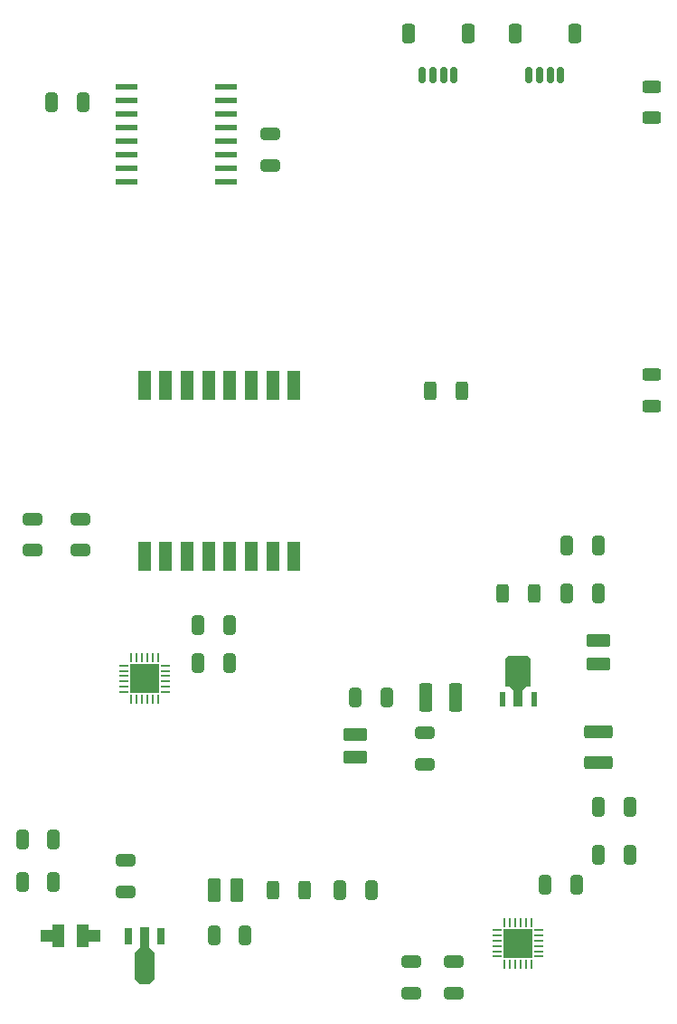
<source format=gtp>
%TF.GenerationSoftware,KiCad,Pcbnew,(6.0.7)*%
%TF.CreationDate,2022-12-07T20:31:12-06:00*%
%TF.ProjectId,Narwal_v1,4e617277-616c-45f7-9631-2e6b69636164,1*%
%TF.SameCoordinates,Original*%
%TF.FileFunction,Paste,Top*%
%TF.FilePolarity,Positive*%
%FSLAX46Y46*%
G04 Gerber Fmt 4.6, Leading zero omitted, Abs format (unit mm)*
G04 Created by KiCad (PCBNEW (6.0.7)) date 2022-12-07 20:31:12*
%MOMM*%
%LPD*%
G01*
G04 APERTURE LIST*
G04 Aperture macros list*
%AMRoundRect*
0 Rectangle with rounded corners*
0 $1 Rounding radius*
0 $2 $3 $4 $5 $6 $7 $8 $9 X,Y pos of 4 corners*
0 Add a 4 corners polygon primitive as box body*
4,1,4,$2,$3,$4,$5,$6,$7,$8,$9,$2,$3,0*
0 Add four circle primitives for the rounded corners*
1,1,$1+$1,$2,$3*
1,1,$1+$1,$4,$5*
1,1,$1+$1,$6,$7*
1,1,$1+$1,$8,$9*
0 Add four rect primitives between the rounded corners*
20,1,$1+$1,$2,$3,$4,$5,0*
20,1,$1+$1,$4,$5,$6,$7,0*
20,1,$1+$1,$6,$7,$8,$9,0*
20,1,$1+$1,$8,$9,$2,$3,0*%
%AMFreePoly0*
4,1,37,3.720550,1.194255,3.722286,1.193536,3.722291,1.193524,3.722302,1.193519,4.023552,0.889469,4.024254,0.887752,4.025000,0.885950,4.025000,-0.885950,4.024254,-0.887752,4.023552,-0.889469,3.722302,-1.193519,3.722291,-1.193524,3.722286,-1.193536,3.720550,-1.194255,3.718773,-1.195001,3.718760,-1.194996,3.718750,-1.195000,1.200000,-1.195000,1.196464,-1.193536,1.195000,-1.190000,
1.195000,-0.782427,0.806025,-0.395000,-0.675000,-0.395000,-0.678536,-0.393536,-0.680000,-0.390000,-0.680000,0.390000,-0.678536,0.393536,-0.675000,0.395000,0.806025,0.395000,1.195000,0.782427,1.195000,1.190000,1.196464,1.193536,1.200000,1.195000,3.718750,1.195000,3.718760,1.194996,3.718773,1.195001,3.720550,1.194255,3.720550,1.194255,$1*%
%AMFreePoly1*
4,1,11,0.965200,2.159000,0.965200,-0.254000,0.457200,-0.762000,0.457200,-2.667000,-0.457200,-2.667000,-0.457200,-0.762000,-0.965200,-0.254000,-0.965200,2.159000,-0.457200,2.667000,0.457200,2.667000,0.965200,2.159000,0.965200,2.159000,$1*%
G04 Aperture macros list end*
%ADD10C,0.010000*%
%ADD11RoundRect,0.250000X-0.625000X0.312500X-0.625000X-0.312500X0.625000X-0.312500X0.625000X0.312500X0*%
%ADD12RoundRect,0.250000X0.312500X0.625000X-0.312500X0.625000X-0.312500X-0.625000X0.312500X-0.625000X0*%
%ADD13RoundRect,0.250000X-0.850000X0.375000X-0.850000X-0.375000X0.850000X-0.375000X0.850000X0.375000X0*%
%ADD14RoundRect,0.250000X0.650000X-0.325000X0.650000X0.325000X-0.650000X0.325000X-0.650000X-0.325000X0*%
%ADD15RoundRect,0.250000X-0.375000X-1.075000X0.375000X-1.075000X0.375000X1.075000X-0.375000X1.075000X0*%
%ADD16R,2.700000X2.700000*%
%ADD17R,0.250000X0.850000*%
%ADD18R,0.850000X0.250000*%
%ADD19RoundRect,0.250000X-0.325000X-0.650000X0.325000X-0.650000X0.325000X0.650000X-0.325000X0.650000X0*%
%ADD20RoundRect,0.250000X0.350000X0.650000X-0.350000X0.650000X-0.350000X-0.650000X0.350000X-0.650000X0*%
%ADD21RoundRect,0.150000X0.150000X0.625000X-0.150000X0.625000X-0.150000X-0.625000X0.150000X-0.625000X0*%
%ADD22RoundRect,0.250000X-0.650000X0.325000X-0.650000X-0.325000X0.650000X-0.325000X0.650000X0.325000X0*%
%ADD23R,0.610000X1.350000*%
%ADD24FreePoly0,90.000000*%
%ADD25RoundRect,0.041300X-0.983700X-0.253700X0.983700X-0.253700X0.983700X0.253700X-0.983700X0.253700X0*%
%ADD26RoundRect,0.250000X0.325000X0.650000X-0.325000X0.650000X-0.325000X-0.650000X0.325000X-0.650000X0*%
%ADD27RoundRect,0.250000X-0.312500X-0.625000X0.312500X-0.625000X0.312500X0.625000X-0.312500X0.625000X0*%
%ADD28R,1.200000X2.800000*%
%ADD29RoundRect,0.250000X-1.075000X0.375000X-1.075000X-0.375000X1.075000X-0.375000X1.075000X0.375000X0*%
%ADD30RoundRect,0.250000X0.625000X-0.312500X0.625000X0.312500X-0.625000X0.312500X-0.625000X-0.312500X0*%
%ADD31RoundRect,0.250000X-0.375000X-0.850000X0.375000X-0.850000X0.375000X0.850000X-0.375000X0.850000X0*%
%ADD32R,0.711200X1.498600*%
%ADD33FreePoly1,180.000000*%
G04 APERTURE END LIST*
G36*
X117350000Y-137500000D02*
G01*
X116350000Y-137500000D01*
X116350000Y-137000000D01*
X115250000Y-137000000D01*
X115250000Y-136000000D01*
X116350000Y-136000000D01*
X116350000Y-135500000D01*
X117350000Y-135500000D01*
X117350000Y-137500000D01*
G37*
D10*
X117350000Y-137500000D02*
X116350000Y-137500000D01*
X116350000Y-137000000D01*
X115250000Y-137000000D01*
X115250000Y-136000000D01*
X116350000Y-136000000D01*
X116350000Y-135500000D01*
X117350000Y-135500000D01*
X117350000Y-137500000D01*
G36*
X119650000Y-136000000D02*
G01*
X120750000Y-136000000D01*
X120750000Y-137000000D01*
X119650000Y-137000000D01*
X119650000Y-137500000D01*
X118650000Y-137500000D01*
X118650000Y-135500000D01*
X119650000Y-135500000D01*
X119650000Y-136000000D01*
G37*
X119650000Y-136000000D02*
X120750000Y-136000000D01*
X120750000Y-137000000D01*
X119650000Y-137000000D01*
X119650000Y-137500000D01*
X118650000Y-137500000D01*
X118650000Y-135500000D01*
X119650000Y-135500000D01*
X119650000Y-136000000D01*
G36*
X160938500Y-112500000D02*
G01*
X159066500Y-112500000D01*
X159066500Y-111068000D01*
X160938500Y-111068000D01*
X160938500Y-112500000D01*
G37*
X160938500Y-112500000D02*
X159066500Y-112500000D01*
X159066500Y-111068000D01*
X160938500Y-111068000D01*
X160938500Y-112500000D01*
D11*
X172500000Y-86962500D03*
X172500000Y-84037500D03*
D12*
X154712500Y-85500000D03*
X151787500Y-85500000D03*
D13*
X144750000Y-119825000D03*
X144750000Y-117675000D03*
D14*
X123250000Y-129525000D03*
X123250000Y-132475000D03*
D12*
X158537500Y-104500000D03*
X161462500Y-104500000D03*
D15*
X154150000Y-114250000D03*
X151350000Y-114250000D03*
D16*
X160000000Y-137250000D03*
D17*
X161250000Y-139200000D03*
X160750000Y-139200000D03*
X160250000Y-139200000D03*
X159750000Y-139200000D03*
X159250000Y-139200000D03*
X158750000Y-139200000D03*
D18*
X158050000Y-138500000D03*
X158050000Y-138000000D03*
X158050000Y-137500000D03*
X158050000Y-137000000D03*
X158050000Y-136500000D03*
X158050000Y-136000000D03*
D17*
X158750000Y-135300000D03*
X159250000Y-135300000D03*
X159750000Y-135300000D03*
X160250000Y-135300000D03*
X160750000Y-135300000D03*
X161250000Y-135300000D03*
D18*
X161950000Y-136000000D03*
X161950000Y-136500000D03*
X161950000Y-137000000D03*
X161950000Y-137500000D03*
X161950000Y-138000000D03*
X161950000Y-138500000D03*
D19*
X170450000Y-124500000D03*
X167500000Y-124500000D03*
D20*
X165300000Y-52125000D03*
X159700000Y-52125000D03*
D21*
X161000000Y-56000000D03*
X162000000Y-56000000D03*
X163000000Y-56000000D03*
X164000000Y-56000000D03*
D13*
X167500000Y-111075000D03*
X167500000Y-108925000D03*
D22*
X154000000Y-141950000D03*
X154000000Y-139000000D03*
D23*
X161497500Y-114394000D03*
D24*
X160002500Y-114394000D03*
D23*
X158507500Y-114394000D03*
D22*
X150000000Y-141950000D03*
X150000000Y-139000000D03*
D19*
X132975000Y-107500000D03*
X130025000Y-107500000D03*
D14*
X119000000Y-97525000D03*
X119000000Y-100475000D03*
D19*
X132975000Y-111000000D03*
X130025000Y-111000000D03*
X119225000Y-58500000D03*
X116275000Y-58500000D03*
D25*
X132655000Y-57055000D03*
X132655000Y-58325000D03*
X132655000Y-59595000D03*
X132655000Y-60865000D03*
X132655000Y-62135000D03*
X132655000Y-63405000D03*
X132655000Y-64675000D03*
X132655000Y-65945000D03*
X123345000Y-65945000D03*
X123345000Y-64675000D03*
X123345000Y-63405000D03*
X123345000Y-62135000D03*
X123345000Y-60865000D03*
X123345000Y-59595000D03*
X123345000Y-58325000D03*
X123345000Y-57055000D03*
D19*
X146225000Y-132250000D03*
X143275000Y-132250000D03*
X147725000Y-114250000D03*
X144775000Y-114250000D03*
D22*
X136775000Y-64475000D03*
X136775000Y-61525000D03*
D26*
X131500000Y-136500000D03*
X134450000Y-136500000D03*
X113550000Y-127500000D03*
X116500000Y-127500000D03*
X164550000Y-100000000D03*
X167500000Y-100000000D03*
D27*
X139962500Y-132250000D03*
X137037500Y-132250000D03*
D14*
X114500000Y-97525000D03*
X114500000Y-100475000D03*
D28*
X139000000Y-101000000D03*
X137000000Y-101000000D03*
X135000000Y-101000000D03*
X133000000Y-101000000D03*
X131000000Y-101000000D03*
X129000000Y-101000000D03*
X127000000Y-101000000D03*
X125000000Y-101000000D03*
X125000000Y-85000000D03*
X127000000Y-85000000D03*
X129000000Y-85000000D03*
X131000000Y-85000000D03*
X133000000Y-85000000D03*
X135000000Y-85000000D03*
X137000000Y-85000000D03*
X139000000Y-85000000D03*
D29*
X167500000Y-120300000D03*
X167500000Y-117500000D03*
D26*
X162525000Y-131750000D03*
X165475000Y-131750000D03*
D30*
X172500000Y-57075000D03*
X172500000Y-60000000D03*
D31*
X133650000Y-132250000D03*
X131500000Y-132250000D03*
D22*
X151250000Y-120475000D03*
X151250000Y-117525000D03*
D26*
X113550000Y-131500000D03*
X116500000Y-131500000D03*
X164550000Y-104500000D03*
X167500000Y-104500000D03*
D16*
X125000000Y-112500000D03*
D17*
X123750000Y-110550000D03*
X124250000Y-110550000D03*
X124750000Y-110550000D03*
X125250000Y-110550000D03*
X125750000Y-110550000D03*
X126250000Y-110550000D03*
D18*
X126950000Y-111250000D03*
X126950000Y-111750000D03*
X126950000Y-112250000D03*
X126950000Y-112750000D03*
X126950000Y-113250000D03*
X126950000Y-113750000D03*
D17*
X126250000Y-114450000D03*
X125750000Y-114450000D03*
X125250000Y-114450000D03*
X124750000Y-114450000D03*
X124250000Y-114450000D03*
X123750000Y-114450000D03*
D18*
X123050000Y-113750000D03*
X123050000Y-113250000D03*
X123050000Y-112750000D03*
X123050000Y-112250000D03*
X123050000Y-111750000D03*
X123050000Y-111250000D03*
D19*
X170450000Y-129000000D03*
X167500000Y-129000000D03*
D32*
X123501400Y-136595000D03*
D33*
X125000000Y-138500000D03*
D32*
X126498600Y-136595000D03*
D20*
X149700000Y-52125000D03*
X155300000Y-52125000D03*
D21*
X151000000Y-56000000D03*
X152000000Y-56000000D03*
X153000000Y-56000000D03*
X154000000Y-56000000D03*
M02*

</source>
